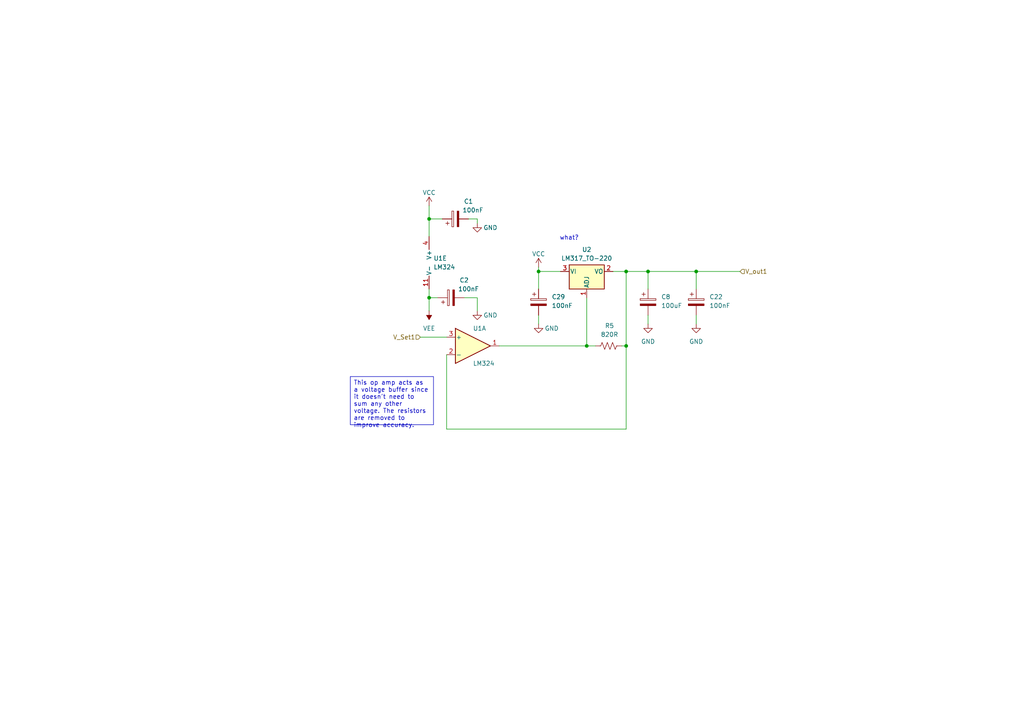
<source format=kicad_sch>
(kicad_sch (version 20231120) (generator "eeschema") (generator_version "8.0")
  (paper "A4")
  (title_block (company "Purdue ECET"))
  (lib_symbols
    (symbol "Amplifier_Operational:LM324" (pin_names (offset 0.127))
      (property "Reference" "U" (at 0 5.08 0))
      (property "Value" "LM324" (at 0 -5.08 0))
      (symbol "LM324_1_1"
        (polyline (pts (xy -5.08 5.08) (xy 5.08 0) (xy -5.08 -5.08) (xy -5.08 5.08)) (stroke (width 0.254)) (fill (type background)))
        (pin output line (at 7.62 0 180) (length 2.54) (name "~") (number "1"))
        (pin input line (at -7.62 -2.54 0) (length 2.54) (name "-") (number "2"))
        (pin input line (at -7.62 2.54 0) (length 2.54) (name "+") (number "3"))
      )
      (symbol "LM324_2_1"
        (polyline (pts (xy -5.08 5.08) (xy 5.08 0) (xy -5.08 -5.08) (xy -5.08 5.08)) (stroke (width 0.254)) (fill (type background)))
        (pin input line (at -7.62 2.54 0) (length 2.54) (name "+") (number "5"))
        (pin input line (at -7.62 -2.54 0) (length 2.54) (name "-") (number "6"))
        (pin output line (at 7.62 0 180) (length 2.54) (name "~") (number "7"))
      )
      (symbol "LM324_3_1"
        (polyline (pts (xy -5.08 5.08) (xy 5.08 0) (xy -5.08 -5.08) (xy -5.08 5.08)) (stroke (width 0.254)) (fill (type background)))
        (pin input line (at -7.62 2.54 0) (length 2.54) (name "+") (number "10"))
        (pin output line (at 7.62 0 180) (length 2.54) (name "~") (number "8"))
        (pin input line (at -7.62 -2.54 0) (length 2.54) (name "-") (number "9"))
      )
      (symbol "LM324_4_1"
        (polyline (pts (xy -5.08 5.08) (xy 5.08 0) (xy -5.08 -5.08) (xy -5.08 5.08)) (stroke (width 0.254)) (fill (type background)))
        (pin input line (at -7.62 2.54 0) (length 2.54) (name "+") (number "12"))
        (pin input line (at -7.62 -2.54 0) (length 2.54) (name "-") (number "13"))
        (pin output line (at 7.62 0 180) (length 2.54) (name "~") (number "14"))
      )
      (symbol "LM324_5_1"
        (pin power_in line (at -2.54 -7.62 90) (length 3.81) (name "V-") (number "11"))
        (pin power_in line (at -2.54 7.62 270) (length 3.81) (name "V+") (number "4"))
      )
    )
    (symbol "Device:C_Polarized" (pin_numbers hide) (pin_names (offset 0.254))
      (property "Reference" "C" (at 0.635 2.54 0))
      (property "Value" "C_Polarized" (at 0.635 -2.54 0))
      (symbol "C_Polarized_0_1"
        (rectangle (start -2.286 0.508) (end 2.286 1.016))
        (polyline (pts (xy -1.778 2.286) (xy -0.762 2.286)))
        (polyline (pts (xy -1.27 2.794) (xy -1.27 1.778)))
        (rectangle (start 2.286 -0.508) (end -2.286 -1.016) (fill (type outline)))
      )
      (symbol "C_Polarized_1_1"
        (pin passive line (at 0 3.81 270) (length 2.794) (name "~") (number "1"))
        (pin passive line (at 0 -3.81 90) (length 2.794) (name "~") (number "2"))
      )
    )
    (symbol "Device:R_US" (pin_numbers hide) (pin_names (offset 0))
      (property "Reference" "R" (at 2.54 0 90))
      (property "Value" "R_US" (at -2.54 0 90))
      (symbol "R_US_0_1"
        (polyline (pts (xy 0 -2.286) (xy 0 -2.54)))
        (polyline (pts (xy 0 2.286) (xy 0 2.54)))
        (polyline (pts (xy 0 -0.762) (xy 1.016 -1.143) (xy 0 -1.524) (xy -1.016 -1.905) (xy 0 -2.286)))
        (polyline (pts (xy 0 0.762) (xy 1.016 0.381) (xy 0 0) (xy -1.016 -0.381) (xy 0 -0.762)))
        (polyline (pts (xy 0 2.286) (xy 1.016 1.905) (xy 0 1.524) (xy -1.016 1.143) (xy 0 0.762)))
      )
      (symbol "R_US_1_1"
        (pin passive line (at 0 3.81 270) (length 1.27) (name "~") (number "1"))
        (pin passive line (at 0 -3.81 90) (length 1.27) (name "~") (number "2"))
      )
    )
    (symbol "Regulator_Linear:LM317_TO-220" (pin_names (offset 0.254))
      (property "Reference" "U" (at -3.81 3.175 0))
      (property "Value" "LM317_TO-220" (at 0 3.175 0))
      (symbol "LM317_TO-220_0_1"
        (rectangle (start -5.08 1.905) (end 5.08 -5.08) (stroke (width 0.254)) (fill (type background)))
      )
      (symbol "LM317_TO-220_1_1"
        (pin input line (at 0 -7.62 90) (length 2.54) (name "ADJ") (number "1"))
        (pin power_out line (at 7.62 0 180) (length 2.54) (name "VO") (number "2"))
        (pin power_in line (at -7.62 0 0) (length 2.54) (name "VI") (number "3"))
      )
    )
    (symbol "power:GND" (power) (pin_names (offset 0))
      (property "Value" "GND" (at 0 -3.81 0))
      (symbol "GND_0_1"
        (polyline (pts (xy 0 0) (xy 0 -1.27) (xy 1.27 -1.27) (xy 0 -2.54) (xy -1.27 -1.27) (xy 0 -1.27)))
      )
      (symbol "GND_1_1"
        (pin power_in line (at 0 0 270) (length 0) hide (name "GND") (number "1"))
      )
    )
    (symbol "power:VCC" (power) (pin_names (offset 0))
      (property "Value" "VCC" (at 0 3.81 0))
      (symbol "VCC_0_1"
        (polyline (pts (xy -0.762 1.27) (xy 0 2.54)))
        (polyline (pts (xy 0 0) (xy 0 2.54)))
        (polyline (pts (xy 0 2.54) (xy 0.762 1.27)))
      )
      (symbol "VCC_1_1"
        (pin power_in line (at 0 0 90) (length 0) hide (name "VCC") (number "1"))
      )
    )
    (symbol "power:VEE" (power) (pin_numbers hide) (pin_names (offset 0) hide)
      (property "Value" "VEE" (at 0 3.556 0))
      (symbol "VEE_0_1"
        (polyline (pts (xy 0 0) (xy 0 2.54)))
        (polyline (pts (xy 0.762 1.27) (xy -0.762 1.27) (xy 0 2.54) (xy 0.762 1.27)) (fill (type outline)))
      )
      (symbol "VEE_1_1"
        (pin power_in line (at 0 0 90) (length 0) (name "~") (number "1"))
      )
    )
  )
  (junction (at 170.18 100.33))
  (junction (at 181.61 78.74))
  (junction (at 181.61 100.33))
  (junction (at 124.46 63.5))
  (junction (at 187.96 78.74))
  (junction (at 201.93 78.74))
  (junction (at 156.21 78.74))
  (junction (at 124.46 86.36))
  (wire (pts (xy 124.46 86.36) (xy 124.46 90.17)))
  (wire (pts (xy 181.61 78.74) (xy 181.61 100.33)))
  (wire (pts (xy 138.43 64.77) (xy 138.43 63.5)))
  (wire (pts (xy 201.93 78.74) (xy 214.63 78.74)))
  (wire (pts (xy 180.34 100.33) (xy 181.61 100.33)))
  (wire (pts (xy 124.46 63.5) (xy 128.27 63.5)))
  (wire (pts (xy 201.93 78.74) (xy 201.93 83.82)))
  (wire (pts (xy 121.92 97.79) (xy 129.54 97.79)))
  (wire (pts (xy 129.54 102.87) (xy 129.54 124.46)))
  (wire (pts (xy 129.54 124.46) (xy 181.61 124.46)))
  (wire (pts (xy 144.78 100.33) (xy 170.18 100.33)))
  (wire (pts (xy 156.21 78.74) (xy 156.21 77.47)))
  (wire (pts (xy 181.61 78.74) (xy 187.96 78.74)))
  (wire (pts (xy 124.46 63.5) (xy 124.46 68.58)))
  (wire (pts (xy 177.8 78.74) (xy 181.61 78.74)))
  (wire (pts (xy 124.46 59.69) (xy 124.46 63.5)))
  (wire (pts (xy 170.18 86.36) (xy 170.18 100.33)))
  (wire (pts (xy 181.61 124.46) (xy 181.61 100.33)))
  (wire (pts (xy 172.72 100.33) (xy 170.18 100.33)))
  (wire (pts (xy 124.46 83.82) (xy 124.46 86.36)))
  (wire (pts (xy 162.56 78.74) (xy 156.21 78.74)))
  (wire (pts (xy 124.46 86.36) (xy 127 86.36)))
  (wire (pts (xy 187.96 91.44) (xy 187.96 93.98)))
  (wire (pts (xy 201.93 91.44) (xy 201.93 93.98)))
  (wire (pts (xy 187.96 78.74) (xy 201.93 78.74)))
  (wire (pts (xy 187.96 83.82) (xy 187.96 78.74)))
  (wire (pts (xy 134.62 86.36) (xy 138.43 86.36)))
  (wire (pts (xy 135.89 63.5) (xy 138.43 63.5)))
  (wire (pts (xy 156.21 91.44) (xy 156.21 93.98)))
  (wire (pts (xy 138.43 86.36) (xy 138.43 90.17)))
  (wire (pts (xy 156.21 78.74) (xy 156.21 83.82)))
  (text_box "This op amp acts as a voltage buffer since it doesn't need to sum any other voltage. The resistors are removed to improve accuracy." (at 101.6 109.22 0) (size 24.13 13.97) (effects (font (size 1.27 1.27)) (justify left top)))
  (text "what?\n" (at 165.1 69.088 0) (effects (font (size 1.27 1.27))))
  (hierarchical_label "V_Set1" (shape input) (at 121.92 97.79 180))
  (hierarchical_label "V_out1" (shape input) (at 214.63 78.74 0))
  (symbol (lib_id "Amplifier_Operational:LM324") (at 137.16 100.33 0) (unit 1)
    (property "Reference" "U1" (at 137.16 95.25 0) (effects (justify left)))
    (property "Value" "LM324" (at 137.16 105.41 0) (effects (justify left)))
    (property "Footprint" "Package_DIP:DIP-8_W7.62mm_LongPads" (effects (hide yes)))
    (property "Datasheet" "http://www.ti.com/lit/ds/symlink/lm2902-n.pdf" (effects (hide yes)))
    (property "Description" "Low-Power, Quad-Operational Amplifiers, DIP-14/SOIC-14/SSOP-14" (effects (hide yes)))
  )
  (symbol (lib_id "Device:C_Polarized") (at 130.81 86.36 90) (unit 1)
    (property "Reference" "C2" (at 134.62 81.28 90))
    (property "Value" "100nF" (at 135.89 83.82 90))
    (property "Footprint" "Capacitor_THT:C_Disc_D3.4mm_W2.1mm_P2.50mm" (effects (hide yes)))
  )
  (symbol (lib_id "power:VCC") (at 124.46 59.69 0) (unit 1)
    (property "Reference" "#PWR02" (effects (hide yes)))
    (property "Value" "VCC" (at 124.46 55.88 0))
  )
  (symbol (lib_id "power:GND") (at 201.93 93.98 0) (unit 1)
    (property "Reference" "#PWR049" (effects (hide yes)))
    (property "Value" "GND" (at 201.93 99.06 0))
  )
  (symbol (lib_id "Regulator_Linear:LM317_TO-220") (at 170.18 78.74 0) (unit 1)
    (property "Reference" "U2" (at 170.18 72.39 0))
    (property "Value" "LM317_TO-220" (at 170.18 74.93 0))
    (property "Footprint" "Package_TO_SOT_THT:TO-220-3_Vertical" (effects (hide yes)))
    (property "Datasheet" "http://www.ti.com/lit/ds/symlink/lm317.pdf" (effects (hide yes)))
  )
  (symbol (lib_id "Device:C_Polarized") (at 201.93 87.63 0) (unit 1)
    (property "Reference" "C22" (at 205.74 86.106 0) (effects (justify left)))
    (property "Value" "100nF" (at 205.74 88.646 0) (effects (justify left)))
    (property "Footprint" "Capacitor_THT:C_Disc_D3.4mm_W2.1mm_P2.50mm" (effects (hide yes)))
  )
  (symbol (lib_id "Amplifier_Operational:LM324") (at 127 76.2 0) (unit 5)
    (property "Reference" "U1" (at 125.73 74.9299 0) (effects (justify left)))
    (property "Value" "LM324" (at 125.73 77.4699 0) (effects (justify left)))
    (property "Footprint" "Package_DIP:DIP-8_W7.62mm_LongPads" (effects (hide yes)))
    (property "Datasheet" "http://www.ti.com/lit/ds/symlink/lm2902-n.pdf" (effects (hide yes)))
    (property "Description" "Low-Power, Quad-Operational Amplifiers, DIP-14/SOIC-14/SSOP-14" (effects (hide yes)))
  )
  (symbol (lib_id "Device:C_Polarized") (at 156.21 87.63 0) (unit 1)
    (property "Reference" "C29" (at 160.02 86.106 0) (effects (justify left)))
    (property "Value" "100nF" (at 160.02 88.646 0) (effects (justify left)))
    (property "Footprint" "Capacitor_THT:C_Disc_D3.4mm_W2.1mm_P2.50mm" (effects (hide yes)))
  )
  (symbol (lib_id "Device:C_Polarized") (at 132.08 63.5 90) (unit 1)
    (property "Reference" "C1" (at 135.89 58.42 90))
    (property "Value" "100nF" (at 137.16 60.96 90))
    (property "Footprint" "Capacitor_THT:C_Disc_D3.4mm_W2.1mm_P2.50mm" (effects (hide yes)))
  )
  (symbol (lib_id "Device:C_Polarized") (at 187.96 87.63 0) (unit 1)
    (property "Reference" "C8" (at 191.77 86.106 0) (effects (justify left)))
    (property "Value" "100uF" (at 191.77 88.646 0) (effects (justify left)))
    (property "Footprint" "Capacitor_THT:CP_Radial_D7.5mm_P2.50mm" (effects (hide yes)))
  )
  (symbol (lib_id "power:GND") (at 156.21 93.98 0) (unit 1)
    (property "Reference" "#PWR056" (effects (hide yes)))
    (property "Value" "GND" (at 160.02 95.25 0))
  )
  (symbol (lib_id "power:VEE") (at 124.46 90.17 180) (unit 1)
    (property "Reference" "#PWR01" (effects (hide yes)))
    (property "Value" "VEE" (at 124.46 95.25 0))
    (property "Description" "Power symbol creates a global label with name \"VEE\"" (effects (hide yes)))
  )
  (symbol (lib_id "power:GND") (at 138.43 90.17 0) (unit 1)
    (property "Reference" "#PWR045" (effects (hide yes)))
    (property "Value" "GND" (at 142.24 91.44 0))
  )
  (symbol (lib_id "power:VCC") (at 156.21 77.47 0) (unit 1)
    (property "Reference" "#PWR09" (effects (hide yes)))
    (property "Value" "VCC" (at 156.21 73.66 0))
  )
  (symbol (lib_id "power:GND") (at 187.96 93.98 0) (unit 1)
    (property "Reference" "#PWR026" (effects (hide yes)))
    (property "Value" "GND" (at 187.96 99.06 0))
  )
  (symbol (lib_id "power:GND") (at 138.43 64.77 0) (unit 1)
    (property "Reference" "#PWR046" (effects (hide yes)))
    (property "Value" "GND" (at 142.24 66.04 0))
  )
  (symbol (lib_id "Device:R_US") (at 176.53 100.33 270) (unit 1)
    (property "Reference" "R5" (at 176.784 94.488 90))
    (property "Value" "820R" (at 176.784 97.028 90))
    (property "Footprint" "Resistor_THT:R_Axial_DIN0207_L6.3mm_D2.5mm_P10.16mm_Horizontal" (effects (hide yes)))
  )
)
</source>
